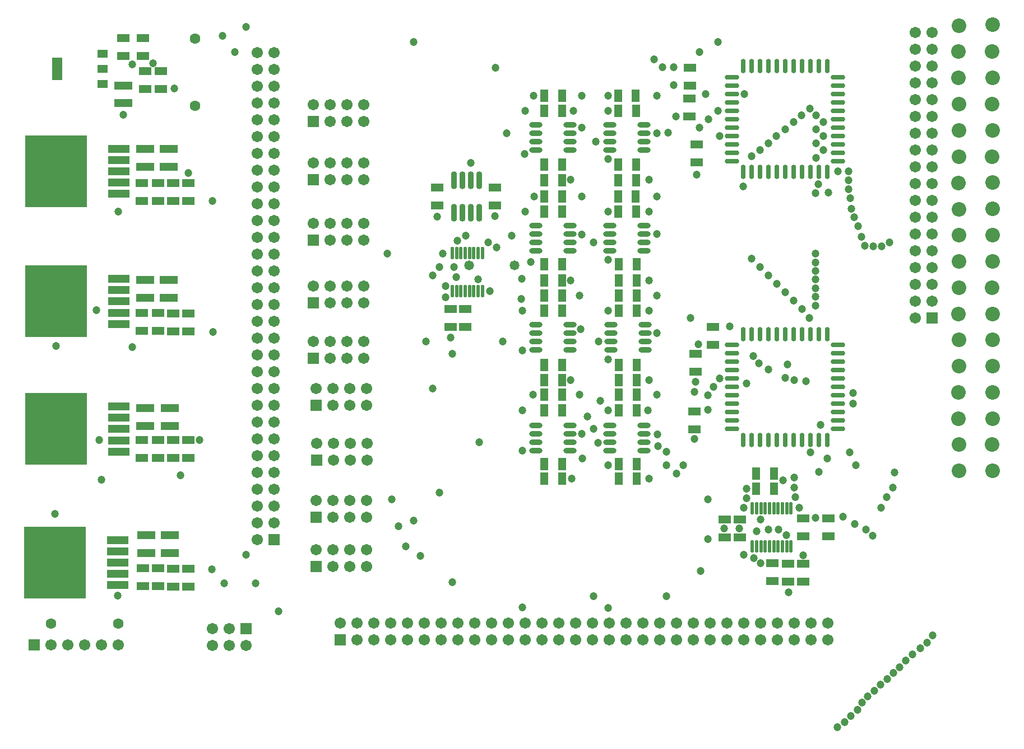
<source format=gts>
%FSLAX25Y25*%
%MOIN*%
G70*
G01*
G75*
G04 Layer_Color=8388736*
%ADD10O,0.01378X0.06693*%
%ADD11R,0.06693X0.04331*%
%ADD12R,0.11811X0.04331*%
%ADD13R,0.35827X0.41929*%
%ADD14R,0.10236X0.04331*%
%ADD15R,0.04331X0.06693*%
%ADD16R,0.05512X0.03937*%
%ADD17R,0.05512X0.12795*%
%ADD18O,0.07087X0.02362*%
%ADD19O,0.02165X0.07874*%
%ADD20O,0.07874X0.02165*%
%ADD21O,0.02756X0.09843*%
%ADD22C,0.01000*%
%ADD23C,0.02000*%
%ADD24C,0.02953*%
%ADD25C,0.03937*%
%ADD26C,0.04000*%
%ADD27C,0.01969*%
%ADD28R,0.05906X0.05906*%
%ADD29C,0.05906*%
%ADD30C,0.05512*%
%ADD31R,0.05906X0.05906*%
%ADD32C,0.07874*%
%ADD33C,0.03937*%
%ADD34C,0.05000*%
%ADD35C,0.07543*%
G04:AMPARAMS|DCode=36|XSize=93.465mil|YSize=93.465mil|CornerRadius=0mil|HoleSize=0mil|Usage=FLASHONLY|Rotation=0.000|XOffset=0mil|YOffset=0mil|HoleType=Round|Shape=Relief|Width=10mil|Gap=10mil|Entries=4|*
%AMTHD36*
7,0,0,0.09347,0.07347,0.01000,45*
%
%ADD36THD36*%
%ADD37C,0.07347*%
%ADD38C,0.08921*%
%ADD39C,0.05969*%
G04:AMPARAMS|DCode=40|XSize=79.685mil|YSize=79.685mil|CornerRadius=0mil|HoleSize=0mil|Usage=FLASHONLY|Rotation=0.000|XOffset=0mil|YOffset=0mil|HoleType=Round|Shape=Relief|Width=10mil|Gap=10mil|Entries=4|*
%AMTHD40*
7,0,0,0.07969,0.05969,0.01000,45*
%
%ADD40THD40*%
%ADD41C,0.06800*%
G04:AMPARAMS|DCode=42|XSize=95.433mil|YSize=95.433mil|CornerRadius=0mil|HoleSize=0mil|Usage=FLASHONLY|Rotation=0.000|XOffset=0mil|YOffset=0mil|HoleType=Round|Shape=Relief|Width=10mil|Gap=10mil|Entries=4|*
%AMTHD42*
7,0,0,0.09543,0.07543,0.01000,45*
%
%ADD42THD42*%
%ADD43C,0.02913*%
%ADD44C,0.00984*%
%ADD45C,0.02362*%
%ADD46C,0.00787*%
%ADD47C,0.00800*%
%ADD48O,0.02178X0.07493*%
%ADD49R,0.07493X0.05131*%
%ADD50R,0.12611X0.05131*%
%ADD51R,0.36627X0.42729*%
%ADD52R,0.11036X0.05131*%
%ADD53R,0.05131X0.07493*%
%ADD54R,0.06312X0.04737*%
%ADD55R,0.06312X0.13595*%
%ADD56O,0.07887X0.03162*%
%ADD57O,0.02965X0.08674*%
%ADD58O,0.08674X0.02965*%
%ADD59O,0.03556X0.10642*%
%ADD60R,0.06706X0.06706*%
%ADD61C,0.06706*%
%ADD62C,0.06312*%
%ADD63R,0.06706X0.06706*%
%ADD64C,0.08674*%
%ADD65C,0.04737*%
%ADD66C,0.05800*%
D48*
X363043Y330279D02*
D03*
X365602D02*
D03*
X368161D02*
D03*
X370721D02*
D03*
X373280D02*
D03*
X375839D02*
D03*
X378398D02*
D03*
X380957D02*
D03*
X363043Y352720D02*
D03*
X365602D02*
D03*
X368161D02*
D03*
X370721D02*
D03*
X373280D02*
D03*
X375839D02*
D03*
X378398D02*
D03*
X380957D02*
D03*
X564516Y200721D02*
D03*
X561957D02*
D03*
X559398D02*
D03*
X556839D02*
D03*
X554280D02*
D03*
X551721D02*
D03*
X549161D02*
D03*
X546602D02*
D03*
X544043D02*
D03*
X541484D02*
D03*
X564516Y178279D02*
D03*
X561957D02*
D03*
X559398D02*
D03*
X556839D02*
D03*
X554280D02*
D03*
X551721D02*
D03*
X549161D02*
D03*
X546602D02*
D03*
X544043D02*
D03*
X541484D02*
D03*
D49*
X553500Y157370D02*
D03*
Y168000D02*
D03*
X197000Y164815D02*
D03*
Y154185D02*
D03*
X206000Y164815D02*
D03*
Y154185D02*
D03*
X179000Y154370D02*
D03*
Y165000D02*
D03*
X188000Y154370D02*
D03*
Y165000D02*
D03*
X206000Y241315D02*
D03*
Y230685D02*
D03*
X197000Y241315D02*
D03*
Y230685D02*
D03*
X178500D02*
D03*
Y241315D02*
D03*
X188000Y230685D02*
D03*
Y241315D02*
D03*
X388500Y391815D02*
D03*
Y381185D02*
D03*
X354000Y391815D02*
D03*
Y381185D02*
D03*
X518110Y298228D02*
D03*
Y308858D02*
D03*
X504331Y452559D02*
D03*
Y463189D02*
D03*
X507874Y292717D02*
D03*
Y282087D02*
D03*
X503937Y444685D02*
D03*
Y434055D02*
D03*
X370866Y319488D02*
D03*
Y308858D02*
D03*
X362205Y319488D02*
D03*
Y308858D02*
D03*
X507087Y247835D02*
D03*
Y258465D02*
D03*
X508268Y406890D02*
D03*
Y417520D02*
D03*
X206000Y306185D02*
D03*
Y316815D02*
D03*
X197000Y306185D02*
D03*
Y316815D02*
D03*
X178500Y306370D02*
D03*
Y317000D02*
D03*
X188000Y306370D02*
D03*
Y317000D02*
D03*
X571654Y184055D02*
D03*
Y194685D02*
D03*
X586614Y184055D02*
D03*
Y194685D02*
D03*
X525000Y194000D02*
D03*
Y183370D02*
D03*
X534000Y194130D02*
D03*
Y183500D02*
D03*
X197000Y383685D02*
D03*
Y394315D02*
D03*
X206000Y383685D02*
D03*
Y394315D02*
D03*
X178500Y383685D02*
D03*
Y394315D02*
D03*
X188000Y383685D02*
D03*
Y394315D02*
D03*
X571654Y157283D02*
D03*
Y167913D02*
D03*
X562598Y157283D02*
D03*
Y167913D02*
D03*
X189764Y461221D02*
D03*
Y450591D02*
D03*
X180500Y461130D02*
D03*
Y450500D02*
D03*
X167500Y470185D02*
D03*
Y480815D02*
D03*
X179000Y470185D02*
D03*
Y480815D02*
D03*
D50*
X164106Y155114D02*
D03*
Y161807D02*
D03*
Y168500D02*
D03*
Y175193D02*
D03*
Y181886D02*
D03*
X164705Y234614D02*
D03*
Y241307D02*
D03*
Y248000D02*
D03*
Y254693D02*
D03*
Y261386D02*
D03*
Y310614D02*
D03*
Y317307D02*
D03*
Y324000D02*
D03*
Y330693D02*
D03*
Y337386D02*
D03*
Y388114D02*
D03*
Y394807D02*
D03*
Y401500D02*
D03*
Y408193D02*
D03*
Y414886D02*
D03*
D51*
X126902Y168500D02*
D03*
X127500Y248000D02*
D03*
Y324000D02*
D03*
Y401500D02*
D03*
D52*
X195000Y184815D02*
D03*
Y174185D02*
D03*
X181000D02*
D03*
Y184815D02*
D03*
X195000Y260315D02*
D03*
Y249685D02*
D03*
X180500D02*
D03*
Y260315D02*
D03*
X194500Y336815D02*
D03*
Y326185D02*
D03*
X180500D02*
D03*
Y336815D02*
D03*
X194500Y414815D02*
D03*
Y404185D02*
D03*
X180500D02*
D03*
Y414815D02*
D03*
X167500Y442000D02*
D03*
Y452630D02*
D03*
D53*
X428315Y446500D02*
D03*
X417685D02*
D03*
X428315Y386500D02*
D03*
X417685D02*
D03*
X428315Y327500D02*
D03*
X417685D02*
D03*
X428315Y268500D02*
D03*
X417685D02*
D03*
X472244Y446457D02*
D03*
X461614D02*
D03*
X472244Y386614D02*
D03*
X461614D02*
D03*
X462185Y327500D02*
D03*
X472815D02*
D03*
X462185Y268500D02*
D03*
X472815D02*
D03*
X428315Y437500D02*
D03*
X417685D02*
D03*
X428315Y377500D02*
D03*
X417685D02*
D03*
X428315Y318500D02*
D03*
X417685D02*
D03*
X428315Y259000D02*
D03*
X417685D02*
D03*
X472315Y437500D02*
D03*
X461685D02*
D03*
X472315Y377500D02*
D03*
X461685D02*
D03*
X472815Y318500D02*
D03*
X462185D02*
D03*
X472815Y259000D02*
D03*
X462185D02*
D03*
X554315Y221500D02*
D03*
X543685D02*
D03*
X554315Y212500D02*
D03*
X543685D02*
D03*
X472315Y396000D02*
D03*
X461685D02*
D03*
Y405500D02*
D03*
X472315D02*
D03*
X417685D02*
D03*
X428315D02*
D03*
Y396000D02*
D03*
X417685D02*
D03*
Y346000D02*
D03*
X428315D02*
D03*
Y336500D02*
D03*
X417685D02*
D03*
X462185Y346000D02*
D03*
X472815D02*
D03*
Y336500D02*
D03*
X462185D02*
D03*
X417685Y286000D02*
D03*
X428315D02*
D03*
Y277000D02*
D03*
X417685D02*
D03*
X462185Y286000D02*
D03*
X472815D02*
D03*
Y277000D02*
D03*
X462185D02*
D03*
X417685Y227000D02*
D03*
X428315D02*
D03*
Y218500D02*
D03*
X417685D02*
D03*
X462185Y227000D02*
D03*
X472815D02*
D03*
Y218500D02*
D03*
X462185D02*
D03*
D54*
X155000Y453445D02*
D03*
Y462500D02*
D03*
Y471555D02*
D03*
D55*
X128228Y462500D02*
D03*
D56*
X433236Y354000D02*
D03*
Y359000D02*
D03*
Y364000D02*
D03*
Y369000D02*
D03*
X412764Y354000D02*
D03*
Y359000D02*
D03*
Y364000D02*
D03*
Y369000D02*
D03*
X433236Y414000D02*
D03*
Y419000D02*
D03*
Y424000D02*
D03*
Y429000D02*
D03*
X412764Y414000D02*
D03*
Y419000D02*
D03*
Y424000D02*
D03*
Y429000D02*
D03*
X433236Y235000D02*
D03*
Y240000D02*
D03*
Y245000D02*
D03*
Y250000D02*
D03*
X412764Y235000D02*
D03*
Y240000D02*
D03*
Y245000D02*
D03*
Y250000D02*
D03*
X433236Y295000D02*
D03*
Y300000D02*
D03*
Y305000D02*
D03*
Y310000D02*
D03*
X412764Y295000D02*
D03*
Y300000D02*
D03*
Y305000D02*
D03*
Y310000D02*
D03*
X477236Y354000D02*
D03*
Y359000D02*
D03*
Y364000D02*
D03*
Y369000D02*
D03*
X456764Y354000D02*
D03*
Y359000D02*
D03*
Y364000D02*
D03*
Y369000D02*
D03*
X477236Y414000D02*
D03*
Y419000D02*
D03*
Y424000D02*
D03*
Y429000D02*
D03*
X456764Y414000D02*
D03*
Y419000D02*
D03*
Y424000D02*
D03*
Y429000D02*
D03*
X477236Y235000D02*
D03*
Y240000D02*
D03*
Y245000D02*
D03*
Y250000D02*
D03*
X456764Y235000D02*
D03*
Y240000D02*
D03*
Y245000D02*
D03*
Y250000D02*
D03*
X477736Y295000D02*
D03*
Y300000D02*
D03*
Y305000D02*
D03*
Y310000D02*
D03*
X457264Y295000D02*
D03*
Y300000D02*
D03*
Y305000D02*
D03*
Y310000D02*
D03*
D57*
X536000Y241504D02*
D03*
X541000D02*
D03*
X546000D02*
D03*
X551000D02*
D03*
X556000D02*
D03*
X561000D02*
D03*
X566000D02*
D03*
X571000D02*
D03*
X576000D02*
D03*
X581000D02*
D03*
X586000D02*
D03*
Y304496D02*
D03*
X581000D02*
D03*
X576000D02*
D03*
X571000D02*
D03*
X566000D02*
D03*
X561000D02*
D03*
X556000D02*
D03*
X551000D02*
D03*
X546000D02*
D03*
X541000D02*
D03*
X536000D02*
D03*
Y401004D02*
D03*
X541000D02*
D03*
X546000D02*
D03*
X551000D02*
D03*
X556000D02*
D03*
X561000D02*
D03*
X566000D02*
D03*
X571000D02*
D03*
X576000D02*
D03*
X581000D02*
D03*
X586000D02*
D03*
Y463996D02*
D03*
X581000D02*
D03*
X576000D02*
D03*
X571000D02*
D03*
X566000D02*
D03*
X561000D02*
D03*
X556000D02*
D03*
X551000D02*
D03*
X546000D02*
D03*
X541000D02*
D03*
X536000D02*
D03*
D58*
X592496Y248000D02*
D03*
Y253000D02*
D03*
Y258000D02*
D03*
Y263000D02*
D03*
Y268000D02*
D03*
Y273000D02*
D03*
Y278000D02*
D03*
Y283000D02*
D03*
Y288000D02*
D03*
Y293000D02*
D03*
Y298000D02*
D03*
X529504D02*
D03*
Y293000D02*
D03*
Y288000D02*
D03*
Y283000D02*
D03*
Y278000D02*
D03*
Y273000D02*
D03*
Y268000D02*
D03*
Y263000D02*
D03*
Y258000D02*
D03*
Y253000D02*
D03*
Y248000D02*
D03*
X592496Y407500D02*
D03*
Y412500D02*
D03*
Y417500D02*
D03*
Y422500D02*
D03*
Y427500D02*
D03*
Y432500D02*
D03*
Y437500D02*
D03*
Y442500D02*
D03*
Y447500D02*
D03*
Y452500D02*
D03*
Y457500D02*
D03*
X529504D02*
D03*
Y452500D02*
D03*
Y447500D02*
D03*
Y442500D02*
D03*
Y437500D02*
D03*
Y432500D02*
D03*
Y427500D02*
D03*
Y422500D02*
D03*
Y417500D02*
D03*
Y412500D02*
D03*
Y407500D02*
D03*
D59*
X379000Y396146D02*
D03*
X374000D02*
D03*
X369000D02*
D03*
X364000D02*
D03*
X379000Y376854D02*
D03*
X374000D02*
D03*
X369000D02*
D03*
X364000D02*
D03*
D60*
X114500Y119500D02*
D03*
X240551Y129134D02*
D03*
X282000Y166000D02*
D03*
Y195500D02*
D03*
X282500Y229500D02*
D03*
X282000Y262000D02*
D03*
X280500Y290000D02*
D03*
Y323000D02*
D03*
Y360500D02*
D03*
Y396500D02*
D03*
X296272Y122453D02*
D03*
X280500Y431000D02*
D03*
D61*
X124500Y119500D02*
D03*
X134500D02*
D03*
X144500D02*
D03*
X154500D02*
D03*
X164500D02*
D03*
X240551Y119134D02*
D03*
X230551Y129134D02*
D03*
Y119134D02*
D03*
X220551Y129134D02*
D03*
Y119134D02*
D03*
X638425Y484173D02*
D03*
X648425D02*
D03*
X638425Y474173D02*
D03*
X648425D02*
D03*
X638425Y464173D02*
D03*
X648425D02*
D03*
X638425Y454173D02*
D03*
X648425D02*
D03*
X638425Y444173D02*
D03*
X648425D02*
D03*
X638425Y434173D02*
D03*
X648425D02*
D03*
X638425Y424173D02*
D03*
X648425D02*
D03*
X638425Y414173D02*
D03*
X648425D02*
D03*
X638425Y404173D02*
D03*
X648425D02*
D03*
X638425Y394173D02*
D03*
X648425D02*
D03*
X638425Y384173D02*
D03*
X648425D02*
D03*
X638425Y374173D02*
D03*
X648425D02*
D03*
X638425Y364173D02*
D03*
X648425D02*
D03*
X638425Y354173D02*
D03*
X648425D02*
D03*
X638425Y344173D02*
D03*
X648425D02*
D03*
X638425Y334173D02*
D03*
X648425D02*
D03*
X638425Y324173D02*
D03*
X648425D02*
D03*
X638425Y314173D02*
D03*
X257000Y432000D02*
D03*
X247000D02*
D03*
X257000Y442000D02*
D03*
X247000D02*
D03*
X257000Y452000D02*
D03*
X247000D02*
D03*
X257000Y462000D02*
D03*
X247000D02*
D03*
X257000Y472000D02*
D03*
X247000D02*
D03*
Y182000D02*
D03*
X257000Y192000D02*
D03*
X247000D02*
D03*
X257000Y202000D02*
D03*
X247000D02*
D03*
X257000Y212000D02*
D03*
X247000D02*
D03*
X257000Y222000D02*
D03*
X247000D02*
D03*
X257000Y232000D02*
D03*
X247000D02*
D03*
X257000Y242000D02*
D03*
X247000D02*
D03*
X257000Y252000D02*
D03*
X247000D02*
D03*
X257000Y262000D02*
D03*
X247000D02*
D03*
X257000Y272000D02*
D03*
X247000D02*
D03*
X257000Y282000D02*
D03*
X247000D02*
D03*
X257000Y292000D02*
D03*
X247000D02*
D03*
X257000Y302000D02*
D03*
X247000D02*
D03*
X257000Y312000D02*
D03*
X247000D02*
D03*
X257000Y322000D02*
D03*
X247000D02*
D03*
X257000Y332000D02*
D03*
X247000D02*
D03*
X257000Y342000D02*
D03*
X247000D02*
D03*
X257000Y352000D02*
D03*
X247000D02*
D03*
X257000Y362000D02*
D03*
X247000D02*
D03*
X257000Y372000D02*
D03*
X247000D02*
D03*
X257000Y382000D02*
D03*
X247000D02*
D03*
X257000Y392000D02*
D03*
X247000D02*
D03*
X257000Y402000D02*
D03*
X247000D02*
D03*
X257000Y412000D02*
D03*
X247000D02*
D03*
X257000Y422000D02*
D03*
X247000D02*
D03*
X312000Y176000D02*
D03*
Y166000D02*
D03*
X302000Y176000D02*
D03*
Y166000D02*
D03*
X292000Y176000D02*
D03*
Y166000D02*
D03*
X282000Y176000D02*
D03*
X312000Y205500D02*
D03*
Y195500D02*
D03*
X302000Y205500D02*
D03*
Y195500D02*
D03*
X292000Y205500D02*
D03*
Y195500D02*
D03*
X282000Y205500D02*
D03*
X312500Y239500D02*
D03*
Y229500D02*
D03*
X302500Y239500D02*
D03*
Y229500D02*
D03*
X292500Y239500D02*
D03*
Y229500D02*
D03*
X282500Y239500D02*
D03*
X312000Y272000D02*
D03*
Y262000D02*
D03*
X302000Y272000D02*
D03*
Y262000D02*
D03*
X292000Y272000D02*
D03*
Y262000D02*
D03*
X282000Y272000D02*
D03*
X310500Y300000D02*
D03*
Y290000D02*
D03*
X300500Y300000D02*
D03*
Y290000D02*
D03*
X290500Y300000D02*
D03*
Y290000D02*
D03*
X280500Y300000D02*
D03*
X310500Y333000D02*
D03*
Y323000D02*
D03*
X300500Y333000D02*
D03*
Y323000D02*
D03*
X290500Y333000D02*
D03*
Y323000D02*
D03*
X280500Y333000D02*
D03*
X310500Y370500D02*
D03*
Y360500D02*
D03*
X300500Y370500D02*
D03*
Y360500D02*
D03*
X290500Y370500D02*
D03*
Y360500D02*
D03*
X280500Y370500D02*
D03*
X310500Y406500D02*
D03*
Y396500D02*
D03*
X300500Y406500D02*
D03*
Y396500D02*
D03*
X290500Y406500D02*
D03*
Y396500D02*
D03*
X280500Y406500D02*
D03*
X546272Y122453D02*
D03*
Y132453D02*
D03*
X556272Y122453D02*
D03*
Y132453D02*
D03*
X566272Y122453D02*
D03*
Y132453D02*
D03*
X576272Y122453D02*
D03*
Y132453D02*
D03*
X586272Y122453D02*
D03*
Y132453D02*
D03*
X296272D02*
D03*
X306272Y122453D02*
D03*
Y132453D02*
D03*
X316272Y122453D02*
D03*
Y132453D02*
D03*
X326272Y122453D02*
D03*
Y132453D02*
D03*
X336272Y122453D02*
D03*
Y132453D02*
D03*
X346272Y122453D02*
D03*
Y132453D02*
D03*
X356272Y122453D02*
D03*
Y132453D02*
D03*
X366272Y122453D02*
D03*
Y132453D02*
D03*
X376272Y122453D02*
D03*
Y132453D02*
D03*
X386272Y122453D02*
D03*
Y132453D02*
D03*
X396272Y122453D02*
D03*
Y132453D02*
D03*
X406272Y122453D02*
D03*
Y132453D02*
D03*
X416272Y122453D02*
D03*
Y132453D02*
D03*
X426272Y122453D02*
D03*
Y132453D02*
D03*
X436272Y122453D02*
D03*
Y132453D02*
D03*
X446272Y122453D02*
D03*
Y132453D02*
D03*
X456272Y122453D02*
D03*
Y132453D02*
D03*
X466272Y122453D02*
D03*
Y132453D02*
D03*
X476272Y122453D02*
D03*
Y132453D02*
D03*
X486272Y122453D02*
D03*
Y132453D02*
D03*
X496272Y122453D02*
D03*
Y132453D02*
D03*
X506272Y122453D02*
D03*
Y132453D02*
D03*
X516272Y122453D02*
D03*
Y132453D02*
D03*
X526272Y122453D02*
D03*
Y132453D02*
D03*
X536272Y122453D02*
D03*
Y132453D02*
D03*
X310500Y441000D02*
D03*
Y431000D02*
D03*
X300500Y441000D02*
D03*
Y431000D02*
D03*
X290500Y441000D02*
D03*
Y431000D02*
D03*
X280500Y441000D02*
D03*
D62*
X164488Y132283D02*
D03*
X124488D02*
D03*
X210000Y480500D02*
D03*
Y440500D02*
D03*
D63*
X648425Y314173D02*
D03*
X257000Y182000D02*
D03*
D64*
X664300Y488300D02*
D03*
X684300Y488700D02*
D03*
X664100Y472700D02*
D03*
X684100D02*
D03*
X664100Y457100D02*
D03*
X684300Y457000D02*
D03*
X664300Y441500D02*
D03*
X684200D02*
D03*
X664300Y425800D02*
D03*
X684300D02*
D03*
X664300Y410300D02*
D03*
X684200D02*
D03*
X664100Y394600D02*
D03*
X684300Y394700D02*
D03*
X664500Y378900D02*
D03*
X684400Y379100D02*
D03*
X664400Y363500D02*
D03*
X684400D02*
D03*
X664300Y347900D02*
D03*
X684400D02*
D03*
X664400Y332300D02*
D03*
X684200D02*
D03*
X664100Y316600D02*
D03*
X684400D02*
D03*
X664400Y301100D02*
D03*
X684300D02*
D03*
X664500Y285400D02*
D03*
X684300Y285500D02*
D03*
X664200Y269900D02*
D03*
X684400D02*
D03*
X664200Y254300D02*
D03*
X684300D02*
D03*
X664500Y238700D02*
D03*
X684200D02*
D03*
X664300Y223100D02*
D03*
X684300D02*
D03*
D65*
X406200Y411700D02*
D03*
X172900Y465200D02*
D03*
X533900Y188800D02*
D03*
X524900Y188700D02*
D03*
X151500Y318900D02*
D03*
X561900Y184900D02*
D03*
X538189Y206693D02*
D03*
X542520Y171260D02*
D03*
X546457Y168110D02*
D03*
X507874Y275984D02*
D03*
X240551Y487402D02*
D03*
X185039Y465748D02*
D03*
X167323Y435039D02*
D03*
X240551Y173228D02*
D03*
X331102Y190157D02*
D03*
X527953Y309055D02*
D03*
X504724Y314173D02*
D03*
X536614Y447638D02*
D03*
X513779D02*
D03*
X488189Y463386D02*
D03*
X388583Y462992D02*
D03*
X483071Y468110D02*
D03*
X197638Y450787D02*
D03*
X233858Y472441D02*
D03*
X226378Y482282D02*
D03*
X559841Y217322D02*
D03*
X571654Y172835D02*
D03*
X510630Y163386D02*
D03*
X509449Y298425D02*
D03*
X491339Y424409D02*
D03*
X484646Y424016D02*
D03*
X507087Y270079D02*
D03*
Y242126D02*
D03*
X451124Y264961D02*
D03*
X220472Y383858D02*
D03*
X220866Y305906D02*
D03*
X212598Y241339D02*
D03*
X220079Y164567D02*
D03*
X172835Y296850D02*
D03*
X164567Y377559D02*
D03*
X164173Y148819D02*
D03*
X154500Y217886D02*
D03*
X389500Y356000D02*
D03*
X385500Y330000D02*
D03*
X522000Y422500D02*
D03*
Y278000D02*
D03*
X515000Y268000D02*
D03*
X518500Y273000D02*
D03*
X443500Y255500D02*
D03*
X447000Y248000D02*
D03*
X515000Y206000D02*
D03*
Y259500D02*
D03*
X510000Y427500D02*
D03*
Y472500D02*
D03*
X515500Y432500D02*
D03*
X521000Y437500D02*
D03*
Y478500D02*
D03*
X542000Y291500D02*
D03*
X579134Y347244D02*
D03*
X378398Y337102D02*
D03*
X398500Y363000D02*
D03*
X371000D02*
D03*
X393000Y300000D02*
D03*
X447000Y359000D02*
D03*
X448500Y419000D02*
D03*
X395500Y424000D02*
D03*
X557000Y188000D02*
D03*
X551000D02*
D03*
X569500Y201000D02*
D03*
X567000Y207500D02*
D03*
X602500Y191500D02*
D03*
X609000Y188000D02*
D03*
X613000Y184500D02*
D03*
X618000Y201000D02*
D03*
X621500Y207500D02*
D03*
X566500Y213000D02*
D03*
X625000D02*
D03*
X626000Y222000D02*
D03*
X566500Y219000D02*
D03*
X586000Y230500D02*
D03*
X440500D02*
D03*
X490500Y234500D02*
D03*
X599500Y234000D02*
D03*
X500500Y226500D02*
D03*
X603000D02*
D03*
X496500Y221500D02*
D03*
X581000Y222500D02*
D03*
X575500Y314000D02*
D03*
X571000Y319500D02*
D03*
X566000Y324500D02*
D03*
X561000Y329500D02*
D03*
X556000Y334500D02*
D03*
X551000Y339500D02*
D03*
X546000Y344500D02*
D03*
X541000Y349500D02*
D03*
X601500Y263000D02*
D03*
X582000Y250500D02*
D03*
X601500Y269500D02*
D03*
X576000Y234000D02*
D03*
X538000Y275000D02*
D03*
X545500Y287000D02*
D03*
X551000Y283500D02*
D03*
X562500Y286500D02*
D03*
X561000Y278500D02*
D03*
X566500Y277000D02*
D03*
X573500Y276500D02*
D03*
X536000Y392500D02*
D03*
X450000Y300000D02*
D03*
X434000Y218500D02*
D03*
X480000D02*
D03*
X433500Y277000D02*
D03*
X480000D02*
D03*
X433500Y336500D02*
D03*
X480000D02*
D03*
X433500Y396500D02*
D03*
X480000D02*
D03*
X364000Y344500D02*
D03*
X365500Y338500D02*
D03*
X544000Y187000D02*
D03*
X340000Y193500D02*
D03*
X536500Y173000D02*
D03*
X357500Y352500D02*
D03*
X536500Y201000D02*
D03*
X335500Y178000D02*
D03*
X327000Y206000D02*
D03*
X344000Y172500D02*
D03*
X515000Y182500D02*
D03*
X340000Y478500D02*
D03*
X347500Y300000D02*
D03*
X351500Y339500D02*
D03*
Y272000D02*
D03*
X355500Y344500D02*
D03*
Y210000D02*
D03*
X359000Y333000D02*
D03*
X324500Y352500D02*
D03*
X384500Y359000D02*
D03*
X374000Y406500D02*
D03*
X546457Y194095D02*
D03*
X409842Y347638D02*
D03*
X404724Y294882D02*
D03*
Y259055D02*
D03*
Y235039D02*
D03*
Y318504D02*
D03*
X406299Y437402D02*
D03*
X440158Y446457D02*
D03*
Y427559D02*
D03*
X440043Y386500D02*
D03*
X440158Y363779D02*
D03*
X438583Y327559D02*
D03*
X439369Y307480D02*
D03*
X438583Y268504D02*
D03*
X440158Y245276D02*
D03*
X455905Y226378D02*
D03*
Y259055D02*
D03*
Y289370D02*
D03*
Y318504D02*
D03*
Y348819D02*
D03*
Y377559D02*
D03*
X484646Y446457D02*
D03*
Y386614D02*
D03*
Y364173D02*
D03*
Y327559D02*
D03*
Y305118D02*
D03*
Y268504D02*
D03*
X485433Y237795D02*
D03*
X485039Y244882D02*
D03*
X455905Y408661D02*
D03*
Y437402D02*
D03*
X404331Y337402D02*
D03*
X562992Y150787D02*
D03*
X449606Y239764D02*
D03*
X259842Y139370D02*
D03*
X447244Y148425D02*
D03*
X404724Y141732D02*
D03*
X455905Y141339D02*
D03*
X490551Y148425D02*
D03*
Y226378D02*
D03*
X411417Y446457D02*
D03*
X435039Y437402D02*
D03*
X411811Y386614D02*
D03*
X406299Y377559D02*
D03*
X403937Y325590D02*
D03*
X411028Y268500D02*
D03*
X479472Y259000D02*
D03*
X479917Y318500D02*
D03*
X479921Y377559D02*
D03*
X455905Y446457D02*
D03*
X362205Y302362D02*
D03*
X379134Y240158D02*
D03*
X538189Y212598D02*
D03*
X227559Y156299D02*
D03*
X246063D02*
D03*
X362992Y156693D02*
D03*
Y292913D02*
D03*
X359055Y326378D02*
D03*
X595276Y195669D02*
D03*
X579134Y195276D02*
D03*
X388500Y374886D02*
D03*
X366142Y360236D02*
D03*
X354000Y374472D02*
D03*
X126902Y197508D02*
D03*
X494882Y463386D02*
D03*
X508268Y399606D02*
D03*
X494882Y452756D02*
D03*
X496063Y434252D02*
D03*
X579000Y321500D02*
D03*
X579133Y326771D02*
D03*
X579069Y331760D02*
D03*
X579133Y337007D02*
D03*
Y342125D02*
D03*
Y352361D02*
D03*
X540945Y410630D02*
D03*
X546063Y414173D02*
D03*
X551181Y418110D02*
D03*
X555905Y422441D02*
D03*
X561024Y426378D02*
D03*
X566142Y430709D02*
D03*
X570866Y434646D02*
D03*
X575591Y438976D02*
D03*
X579528Y409449D02*
D03*
X583858Y414173D02*
D03*
X579528Y418110D02*
D03*
X583858Y422441D02*
D03*
X579528Y426378D02*
D03*
X583858Y430709D02*
D03*
X579528Y434646D02*
D03*
X592520Y401575D02*
D03*
X579133Y388582D02*
D03*
X592126Y70472D02*
D03*
X596457Y73622D02*
D03*
X580709Y393701D02*
D03*
X599999Y77165D02*
D03*
X586602Y388965D02*
D03*
X603936Y80708D02*
D03*
X598819Y401575D02*
D03*
X606692Y85039D02*
D03*
X610235Y88976D02*
D03*
X598818Y396062D02*
D03*
X598819Y390945D02*
D03*
X614246Y92198D02*
D03*
X617714Y95712D02*
D03*
X599605Y385432D02*
D03*
X621654Y99213D02*
D03*
X600392Y379133D02*
D03*
X625441Y102756D02*
D03*
X602071Y374196D02*
D03*
X629133Y106299D02*
D03*
X604329Y368897D02*
D03*
X632676Y110236D02*
D03*
X606298Y362598D02*
D03*
X636614Y113779D02*
D03*
X608266Y357086D02*
D03*
X613386Y356693D02*
D03*
X641339Y117323D02*
D03*
X645276Y120866D02*
D03*
X618503Y356692D02*
D03*
X623145Y359032D02*
D03*
X648818Y125197D02*
D03*
X206000Y400500D02*
D03*
X127500Y297500D02*
D03*
X201400Y220600D02*
D03*
X153000Y241400D02*
D03*
D66*
X400000Y345500D02*
D03*
X373000D02*
D03*
M02*

</source>
